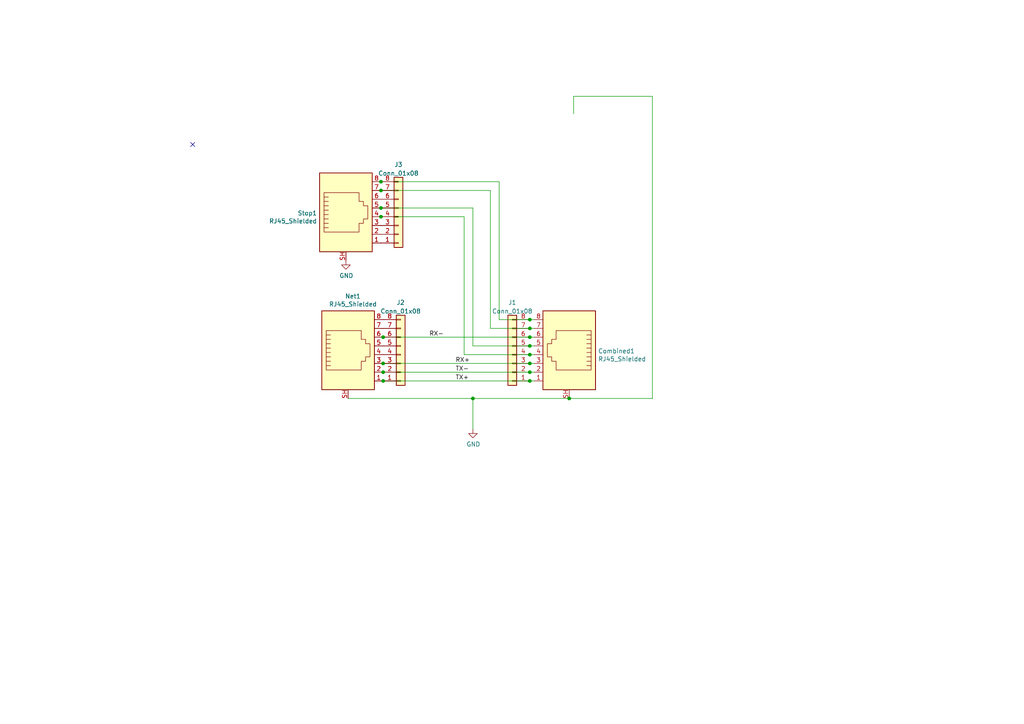
<source format=kicad_sch>
(kicad_sch (version 20211123) (generator eeschema)
  (paper "A4")
  (lib_symbols
    (symbol "Connector:RJ45_Shielded" (pin_names (offset 1.016))
      (property "Reference" "J" (at -5.08 13.97 0))
      (property "Value" "RJ45_Shielded" (at 2.54 13.97 0))
      (symbol "RJ45_Shielded_0_1"
        (polyline (pts (xy -5.08 4.445) (xy -6.35 4.445)))
        (polyline (pts (xy -5.08 5.715) (xy -6.35 5.715)))
        (polyline (pts (xy -6.35 -3.175) (xy -5.08 -3.175) (xy -5.08 -3.175)))
        (polyline (pts (xy -6.35 -1.905) (xy -5.08 -1.905) (xy -5.08 -1.905)))
        (polyline (pts (xy -6.35 -0.635) (xy -5.08 -0.635) (xy -5.08 -0.635)))
        (polyline (pts (xy -6.35 0.635) (xy -5.08 0.635) (xy -5.08 0.635)))
        (polyline (pts (xy -6.35 1.905) (xy -5.08 1.905) (xy -5.08 1.905)))
        (polyline (pts (xy -5.08 3.175) (xy -6.35 3.175) (xy -6.35 3.175)))
        (polyline (pts (xy -6.35 -4.445) (xy -6.35 6.985) (xy 3.81 6.985) (xy 3.81 4.445) (xy 5.08 4.445) (xy 5.08 3.175) (xy 6.35 3.175) (xy 6.35 -0.635) (xy 5.08 -0.635) (xy 5.08 -1.905) (xy 3.81 -1.905) (xy 3.81 -4.445) (xy -6.35 -4.445) (xy -6.35 -4.445)))
        (rectangle (start 7.62 12.7) (end -7.62 -10.16) (stroke (width 0.254)) (fill (type background)))
      )
      (symbol "RJ45_Shielded_1_1"
        (pin passive line (at 10.16 -7.62 180) (length 2.54) (name "~") (number "1"))
        (pin passive line (at 10.16 -5.08 180) (length 2.54) (name "~") (number "2"))
        (pin passive line (at 10.16 -2.54 180) (length 2.54) (name "~") (number "3"))
        (pin passive line (at 10.16 0 180) (length 2.54) (name "~") (number "4"))
        (pin passive line (at 10.16 2.54 180) (length 2.54) (name "~") (number "5"))
        (pin passive line (at 10.16 5.08 180) (length 2.54) (name "~") (number "6"))
        (pin passive line (at 10.16 7.62 180) (length 2.54) (name "~") (number "7"))
        (pin passive line (at 10.16 10.16 180) (length 2.54) (name "~") (number "8"))
        (pin passive line (at 0 -12.7 90) (length 2.54) (name "~") (number "SH"))
      )
    )
    (symbol "Connector_Generic:Conn_01x08" (pin_names (offset 1.016) hide)
      (property "Reference" "J" (at 0 10.16 0))
      (property "Value" "Conn_01x08" (at 0 -12.7 0))
      (symbol "Conn_01x08_1_1"
        (rectangle (start -1.27 -10.033) (end 0 -10.287) (stroke (width 0.1524)))
        (rectangle (start -1.27 -7.493) (end 0 -7.747) (stroke (width 0.1524)))
        (rectangle (start -1.27 -4.953) (end 0 -5.207) (stroke (width 0.1524)))
        (rectangle (start -1.27 -2.413) (end 0 -2.667) (stroke (width 0.1524)))
        (rectangle (start -1.27 0.127) (end 0 -0.127) (stroke (width 0.1524)))
        (rectangle (start -1.27 2.667) (end 0 2.413) (stroke (width 0.1524)))
        (rectangle (start -1.27 5.207) (end 0 4.953) (stroke (width 0.1524)))
        (rectangle (start -1.27 7.747) (end 0 7.493) (stroke (width 0.1524)))
        (rectangle (start -1.27 8.89) (end 1.27 -11.43) (stroke (width 0.254)) (fill (type background)))
        (pin passive line (at -5.08 7.62 0) (length 3.81) (name "Pin_1") (number "1"))
        (pin passive line (at -5.08 5.08 0) (length 3.81) (name "Pin_2") (number "2"))
        (pin passive line (at -5.08 2.54 0) (length 3.81) (name "Pin_3") (number "3"))
        (pin passive line (at -5.08 0 0) (length 3.81) (name "Pin_4") (number "4"))
        (pin passive line (at -5.08 -2.54 0) (length 3.81) (name "Pin_5") (number "5"))
        (pin passive line (at -5.08 -5.08 0) (length 3.81) (name "Pin_6") (number "6"))
        (pin passive line (at -5.08 -7.62 0) (length 3.81) (name "Pin_7") (number "7"))
        (pin passive line (at -5.08 -10.16 0) (length 3.81) (name "Pin_8") (number "8"))
      )
    )
    (symbol "power:GND" (power) (pin_names (offset 0))
      (property "Value" "GND" (at 0 -3.81 0))
      (symbol "GND_0_1"
        (polyline (pts (xy 0 0) (xy 0 -1.27) (xy 1.27 -1.27) (xy 0 -2.54) (xy -1.27 -1.27) (xy 0 -1.27)))
      )
      (symbol "GND_1_1"
        (pin power_in line (at 0 0 270) (length 0) hide (name "GND") (number "1"))
      )
    )
  )
  (junction (at 165.1 115.57))
  (junction (at 110.49 62.865))
  (junction (at 110.49 60.325))
  (junction (at 153.67 100.33))
  (junction (at 110.49 52.705))
  (junction (at 153.67 110.49))
  (junction (at 153.67 107.95))
  (junction (at 111.125 97.79))
  (junction (at 153.67 102.87))
  (junction (at 153.67 92.71))
  (junction (at 111.125 107.95))
  (junction (at 111.125 105.41))
  (junction (at 153.67 105.41))
  (junction (at 153.67 95.25))
  (junction (at 153.67 97.79))
  (junction (at 110.49 55.245))
  (junction (at 137.16 115.57))
  (junction (at 111.125 110.49))
  (no_connect (at 55.88 41.91))
  (wire (pts (xy 166.37 27.94) (xy 166.37 33.02)))
  (wire (pts (xy 134.62 102.87) (xy 153.67 102.87)))
  (wire (pts (xy 111.125 110.49) (xy 153.67 110.49)))
  (wire (pts (xy 189.23 27.94) (xy 166.37 27.94)))
  (wire (pts (xy 134.62 102.87) (xy 134.62 62.865)))
  (wire (pts (xy 189.23 115.57) (xy 165.1 115.57)))
  (wire (pts (xy 142.24 95.25) (xy 142.24 55.245)))
  (wire (pts (xy 154.94 92.71) (xy 153.67 92.71)))
  (wire (pts (xy 165.1 115.57) (xy 137.16 115.57)))
  (wire (pts (xy 144.78 52.705) (xy 110.49 52.705)))
  (wire (pts (xy 111.125 105.41) (xy 153.67 105.41)))
  (wire (pts (xy 111.125 97.79) (xy 153.67 97.79)))
  (wire (pts (xy 153.67 107.95) (xy 154.94 107.95)))
  (wire (pts (xy 134.62 62.865) (xy 110.49 62.865)))
  (wire (pts (xy 153.67 92.71) (xy 144.78 92.71)))
  (wire (pts (xy 100.965 115.57) (xy 137.16 115.57)))
  (wire (pts (xy 153.67 105.41) (xy 154.94 105.41)))
  (wire (pts (xy 137.16 100.33) (xy 137.16 60.325)))
  (wire (pts (xy 153.67 97.79) (xy 154.94 97.79)))
  (wire (pts (xy 153.67 95.25) (xy 142.24 95.25)))
  (wire (pts (xy 153.67 110.49) (xy 154.94 110.49)))
  (wire (pts (xy 111.125 107.95) (xy 153.67 107.95)))
  (wire (pts (xy 153.67 100.33) (xy 154.94 100.33)))
  (wire (pts (xy 144.78 92.71) (xy 144.78 52.705)))
  (wire (pts (xy 137.16 115.57) (xy 137.16 124.46)))
  (wire (pts (xy 153.67 102.87) (xy 154.94 102.87)))
  (wire (pts (xy 154.94 95.25) (xy 153.67 95.25)))
  (wire (pts (xy 137.16 60.325) (xy 110.49 60.325)))
  (wire (pts (xy 137.16 100.33) (xy 153.67 100.33)))
  (wire (pts (xy 189.23 27.94) (xy 189.23 115.57)))
  (wire (pts (xy 142.24 55.245) (xy 110.49 55.245)))
  (label "TX-" (at 132.08 107.95 0))
  (label "TX+" (at 132.08 110.49 0))
  (label "RX-" (at 124.46 97.79 0))
  (label "RX+" (at 132.08 105.41 0))
  (symbol (lib_id "Connector:RJ45_Shielded") (at 100.965 102.87 0) (unit 1)
    (property "Reference" "Net1" (at 102.362 85.9282 0))
    (property "Value" "RJ45_Shielded" (at 102.362 88.2396 0))
    (property "Footprint" "SebLee:RJ45_Multiple3" (effects hide))
  )
  (symbol (lib_id "Connector:RJ45_Shielded") (at 165.1 102.87 0) (mirror y) (unit 1)
    (property "Reference" "Combined1" (at 173.4566 101.8286 0) (effects (justify right)))
    (property "Value" "RJ45_Shielded" (at 173.4566 104.14 0) (effects (justify right)))
    (property "Footprint" "SebLee:RJ45_Multiple3" (effects hide))
  )
  (symbol (lib_id "Connector:RJ45_Shielded") (at 100.33 62.865 0) (unit 1)
    (property "Reference" "Stop1" (at 91.9734 61.8236 0) (effects (justify right)))
    (property "Value" "RJ45_Shielded" (at 91.9734 64.135 0) (effects (justify right)))
    (property "Footprint" "SebLee:RJ45_Multiple3" (effects hide))
  )
  (symbol (lib_id "power:GND") (at 137.16 124.46 0) (unit 1)
    (property "Reference" "#PWR01" (effects hide))
    (property "Value" "GND" (at 137.287 128.8542 0))
  )
  (symbol (lib_id "power:GND") (at 100.33 75.565 0) (unit 1)
    (property "Reference" "#PWR0101" (effects hide))
    (property "Value" "GND" (at 100.457 79.9592 0))
  )
  (symbol (lib_id "Connector_Generic:Conn_01x08") (at 148.59 102.87 180) (unit 1)
    (property "Reference" "J1" (at 148.59 87.7402 0))
    (property "Value" "Conn_01x08" (at 148.59 90.2771 0))
    (property "Footprint" "SebLee:Pads_1x08_P2.00mm_Vertical" (effects hide))
  )
  (symbol (lib_id "Connector_Generic:Conn_01x08") (at 116.205 102.87 0) (mirror x) (unit 1)
    (property "Reference" "J2" (at 116.205 87.7402 0))
    (property "Value" "Conn_01x08" (at 116.205 90.2771 0))
    (property "Footprint" "SebLee:Pads_1x08_P2.00mm_Vertical" (effects hide))
  )
  (symbol (lib_id "Connector_Generic:Conn_01x08") (at 115.57 62.865 0) (mirror x) (unit 1)
    (property "Reference" "J3" (at 115.57 47.7352 0))
    (property "Value" "Conn_01x08" (at 115.57 50.2721 0))
    (property "Footprint" "SebLee:Pads_1x08_P2.00mm_Vertical" (effects hide))
  )
)
</source>
